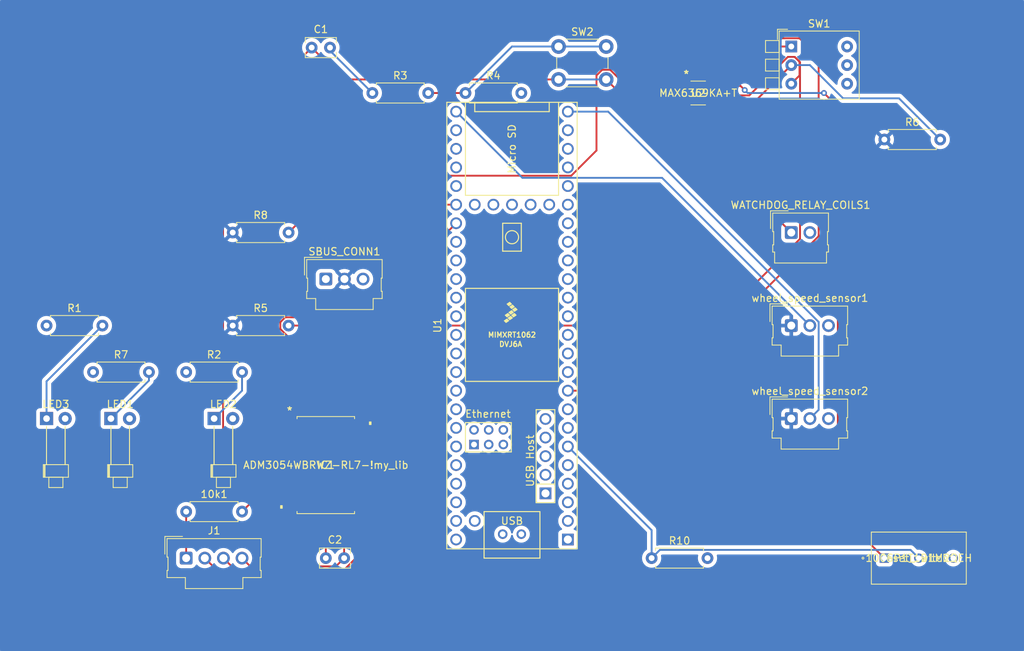
<source format=kicad_pcb>
(kicad_pcb (version 20211014) (generator pcbnew)
  (layers (0 "F.Cu" signal) (1 "In1.Cu" signal) (2 "In2.Cu" signal) (31 "B.Cu" signal) (34 "B.Paste" user) (35 "F.Paste" user) (36 "B.SilkS" user "B.Silkscreen") (37 "F.SilkS" user "F.Silkscreen") (38 "B.Mask" user) (39 "F.Mask" user) (44 "Edge.Cuts" user))
  (net 0 "")
  (net 1 "DIO_WATCHDOG")
  (net 2 "GNDREF")
  (net 4 "SET0")
  (net 5 "SET1")
  (net 6 "SET2")
  (net 7 "WATCHDOG_OUTPUT")
  (net 8 "3.3v_SUPPLY")
  (net 17 "DIO_SWITCH")
  (net 18 "LED1")
  (net 19 "LED2")
  (net 20 "LED3")
  (net 21 "DIO_BUTTON")
  (net 28 "SBUS")
  (net 31 "CTX")
  (net 32 "CRX")
  (net 37 "wheel_speed_sensor1")
  (net 38 "wheel_speed_sensor2")
  (net 49 "Net-(10k1-Pad1)")
  (net 50 "ODRIVE_GND")
  (net 51 "Net-(C1-Pad2)")
  (net 52 "ODRIVE_5V+")
  (net 53 "Net-(LED1-Pad1)")
  (net 54 "Net-(LED2-Pad1)")
  (net 55 "Net-(LED3-Pad1)")
  (net 56 "Net-(R3-Pad2)")
  (net 57 "+5V")
  (net 58 "CAN_H")
  (net 59 "CAN_L")
  (footprint "Capacitor_THT:C_Rect_L4.0mm_W2.5mm_P2.50mm" (layer "F.Cu") (at 139.7 158.75)
    (fp_text reference "C2" (at 1.25 -2.5) (layer "F.SilkS"))
    (fp_text value "0.1e-6")
    (pad "1" thru_hole circle (at 0 0) (size 1.6 1.6) (drill 0.8) (layers *.Cu *.Mask) (net 50 "ODRIVE_GND"))
    (pad "2" thru_hole circle (at 2.5 0) (size 1.6 1.6) (drill 0.8) (layers *.Cu *.Mask) (net 52 "ODRIVE_5V+"))
  )
  (footprint "Connector_Molex:Molex_SL_171971-0004_1x04_P2.54mm_Vertical" (layer "F.Cu") (at 120.65 158.75)
    (fp_text reference "J1" (at 3.81 -3.75) (layer "F.SilkS"))
    (fp_text value "B4B-XH-A_LF__SN_-!my_lib")
    (pad "1" thru_hole roundrect (at 0 0) (size 1.74 1.74) (drill 1.09) (layers *.Cu *.Mask) (roundrect_rratio 0.143678) (net 49 "Net-(10k1-Pad1)"))
    (pad "2" thru_hole circle (at 2.54 0) (size 1.74 1.74) (drill 1.09) (layers *.Cu *.Mask) (net 58 "CAN_H"))
    (pad "3" thru_hole circle (at 5.08 0) (size 1.74 1.74) (drill 1.09) (layers *.Cu *.Mask) (net 59 "CAN_L"))
    (pad "4" thru_hole circle (at 7.62 0) (size 1.74 1.74) (drill 1.09) (layers *.Cu *.Mask) (net 52 "ODRIVE_5V+"))
  )
  (footprint "Button_Switch_THT:SW_PUSH_6mm_H4.3mm" (layer "F.Cu") (at 171.45 88.9)
    (fp_text reference "SW2" (at 3.25 -2) (layer "F.SilkS"))
    (fp_text value "SW_Push")
    (pad "1" thru_hole circle (at 0 0 90) (size 2 2) (drill 1.1) (layers *.Cu *.Mask) (net 56 "Net-(R3-Pad2)"))
    (pad "1" thru_hole circle (at 6.5 0 90) (size 2 2) (drill 1.1) (layers *.Cu *.Mask) (net 56 "Net-(R3-Pad2)"))
    (pad "2" thru_hole circle (at 6.5 4.5 90) (size 2 2) (drill 1.1) (layers *.Cu *.Mask) (net 8 "3.3v_SUPPLY"))
    (pad "2" thru_hole circle (at 0 4.5 90) (size 2 2) (drill 1.1) (layers *.Cu *.Mask) (net 8 "3.3v_SUPPLY"))
  )
  (footprint "amd:ADM3053BRWZ" (layer "F.Cu") (at 139.7 146.05)
    (fp_text reference "IC1" (at 0 0) (layer "F.SilkS"))
    (fp_text value "ADM3054WBRWZ-RL7-!my_lib" (at 0 0) (layer "F.SilkS"))
    (fp_text user "*" (at -4.9403 -7.4168) (layer "F.SilkS"))
    (fp_text user "*" (at -4.9403 -7.4168) (layer "F.SilkS"))
    (pad "1" smd rect locked (at -4.6863 -5.715) (size 1.9812 0.5588) (layers "F.Cu" "F.Paste" "F.Mask"))
    (pad "2" smd rect locked (at -4.6863 -4.445) (size 1.9812 0.5588) (layers "F.Cu" "F.Paste" "F.Mask") (net 2 "GNDREF"))
    (pad "3" smd rect locked (at -4.6863 -3.175) (size 1.9812 0.5588) (layers "F.Cu" "F.Paste" "F.Mask") (net 2 "GNDREF"))
    (pad "4" smd rect locked (at -4.6863 -1.905) (size 1.9812 0.5588) (layers "F.Cu" "F.Paste" "F.Mask"))
    (pad "5" smd rect locked (at -4.6863 -0.635) (size 1.9812 0.5588) (layers "F.Cu" "F.Paste" "F.Mask") (net 32 "CRX"))
    (pad "6" smd rect locked (at -4.6863 0.635) (size 1.9812 0.5588) (layers "F.Cu" "F.Paste" "F.Mask") (net 31 "CTX"))
    (pad "7" smd rect locked (at -4.6863 1.905) (size 1.9812 0.5588) (layers "F.Cu" "F.Paste" "F.Mask") (net 8 "3.3v_SUPPLY"))
    (pad "8" smd rect locked (at -4.6863 3.175) (size 1.9812 0.5588) (layers "F.Cu" "F.Paste" "F.Mask") (net 2 "GNDREF"))
    (pad "9" smd rect locked (at -4.6863 4.445) (size 1.9812 0.5588) (layers "F.Cu" "F.Paste" "F.Mask") (net 50 "ODRIVE_GND"))
    (pad "10" smd rect locked (at -4.6863 5.715) (size 1.9812 0.5588) (layers "F.Cu" "F.Paste" "F.Mask"))
    (pad "11" smd rect locked (at 4.6863 5.715) (size 1.9812 0.5588) (layers "F.Cu" "F.Paste" "F.Mask") (net 59 "CAN_L"))
    (pad "12" smd rect locked (at 4.6863 4.445) (size 1.9812 0.5588) (layers "F.Cu" "F.Paste" "F.Mask") (net 58 "CAN_H"))
    (pad "13" smd rect locked (at 4.6863 3.175) (size 1.9812 0.5588) (layers "F.Cu" "F.Paste" "F.Mask") (net 52 "ODRIVE_5V+"))
    (pad "14" smd rect locked (at 4.6863 1.905) (size 1.9812 0.5588) (layers "F.Cu" "F.Paste" "F.Mask"))
    (pad "15" smd rect locked (at 4.6863 0.635) (size 1.9812 0.5588) (layers "F.Cu" "F.Paste" "F.Mask"))
    (pad "16" smd rect locked (at 4.6863 -0.635) (size 1.9812 0.5588) (layers "F.Cu" "F.Paste" "F.Mask") (net 50 "ODRIVE_GND"))
    (pad "17" smd rect locked (at 4.6863 -1.905) (size 1.9812 0.5588) (layers "F.Cu" "F.Paste" "F.Mask"))
    (pad "18" smd rect locked (at 4.6863 -3.175) (size 1.9812 0.5588) (layers "F.Cu" "F.Paste" "F.Mask"))
    (pad "19" smd rect locked (at 4.6863 -4.445) (size 1.9812 0.5588) (layers "F.Cu" "F.Paste" "F.Mask"))
    (pad "20" smd rect locked (at 4.6863 -5.715) (size 1.9812 0.5588) (layers "F.Cu" "F.Paste" "F.Mask"))
  )
  (footprint "teensy4.1:Teensy41" (layer "F.Cu") (at 165.1 127 90)
    (fp_text reference "U1" (at 0 -10.16 90) (layer "F.SilkS"))
    (fp_text value "DEV-16771")
    (fp_text user "USB" (at -26.67 0) (layer "F.SilkS"))
    (fp_text user "MIMXRT1062" (at -1.27 0) (layer "F.SilkS") (effects (font (size 0.7 0.7))))
    (fp_text user "USB Host" (at -18.4658 2.4892 90) (layer "F.SilkS"))
    (fp_text user "DVJ6A" (at -2.54 -0.18) (layer "F.SilkS") (effects (font (size 0.7 0.7))))
    (fp_text user "Micro SD" (at 24.13 0 90) (layer "F.SilkS"))
    (fp_text user "Ethernet" (at -12.065 -3.2766) (layer "F.SilkS"))
    (pad "1" thru_hole rect locked (at -29.21 7.62 90) (size 1.6 1.6) (drill 1.1) (layers *.Cu *.Mask))
    (pad "2" thru_hole circle locked (at -26.67 7.62 90) (size 1.6 1.6) (drill 1.1) (layers *.Cu *.Mask) (net 17 "DIO_SWITCH"))
    (pad "3" thru_hole circle locked (at -24.13 7.62 90) (size 1.6 1.6) (drill 1.1) (layers *.Cu *.Mask) (net 18 "LED1"))
    (pad "4" thru_hole circle locked (at -21.59 7.62 90) (size 1.6 1.6) (drill 1.1) (layers *.Cu *.Mask) (net 19 "LED2"))
    (pad "5" thru_hole circle locked (at -19.05 7.62 90) (size 1.6 1.6) (drill 1.1) (layers *.Cu *.Mask) (net 20 "LED3"))
    (pad "6" thru_hole circle locked (at -16.51 7.62 90) (size 1.6 1.6) (drill 1.1) (layers *.Cu *.Mask) (net 21 "DIO_BUTTON"))
    (pad "7" thru_hole circle locked (at -13.97 7.62 90) (size 1.6 1.6) (drill 1.1) (layers *.Cu *.Mask))
    (pad "8" thru_hole circle locked (at -11.43 7.62 90) (size 1.6 1.6) (drill 1.1) (layers *.Cu *.Mask))
    (pad "9" thru_hole circle locked (at -8.89 7.62 90) (size 1.6 1.6) (drill 1.1) (layers *.Cu *.Mask) (net 1 "DIO_WATCHDOG"))
    (pad "10" thru_hole circle locked (at -6.35 7.62 90) (size 1.6 1.6) (drill 1.1) (layers *.Cu *.Mask))
    (pad "11" thru_hole circle locked (at -3.81 7.62 90) (size 1.6 1.6) (drill 1.1) (layers *.Cu *.Mask))
    (pad "12" thru_hole circle locked (at -1.27 7.62 90) (size 1.6 1.6) (drill 1.1) (layers *.Cu *.Mask))
    (pad "13" thru_hole circle locked (at 1.27 7.62 90) (size 1.6 1.6) (drill 1.1) (layers *.Cu *.Mask))
    (pad "14" thru_hole circle locked (at 3.81 7.62 90) (size 1.6 1.6) (drill 1.1) (layers *.Cu *.Mask))
    (pad "15" thru_hole circle locked (at 6.35 7.62 90) (size 1.6 1.6) (drill 1.1) (layers *.Cu *.Mask))
    (pad "16" thru_hole circle locked (at 8.89 7.62 90) (size 1.6 1.6) (drill 1.1) (layers *.Cu *.Mask))
    (pad "17" thru_hole circle locked (at 11.43 7.62 90) (size 1.6 1.6) (drill 1.1) (layers *.Cu *.Mask))
    (pad "18" thru_hole circle locked (at 13.97 7.62 90) (size 1.6 1.6) (drill 1.1) (layers *.Cu *.Mask))
    (pad "19" thru_hole circle locked (at 16.51 7.62 90) (size 1.6 1.6) (drill 1.1) (layers *.Cu *.Mask))
    (pad "20" thru_hole circle locked (at 19.05 7.62 90) (size 1.6 1.6) (drill 1.1) (layers *.Cu *.Mask))
    (pad "21" thru_hole circle locked (at 21.59 7.62 90) (size 1.6 1.6) (drill 1.1) (layers *.Cu *.Mask))
    (pad "22" thru_hole circle locked (at 24.13 7.62 90) (size 1.6 1.6) (drill 1.1) (layers *.Cu *.Mask))
    (pad "23" thru_hole circle locked (at 26.67 7.62 90) (size 1.6 1.6) (drill 1.1) (layers *.Cu *.Mask))
    (pad "24" thru_hole circle locked (at 29.21 7.62 90) (size 1.6 1.6) (drill 1.1) (layers *.Cu *.Mask) (net 38 "wheel_speed_sensor2"))
    (pad "25" thru_hole circle locked (at 29.21 -7.62 90) (size 1.6 1.6) (drill 1.1) (layers *.Cu *.Mask) (net 37 "wheel_speed_sensor1"))
    (pad "26" thru_hole circle locked (at 26.67 -7.62 90) (size 1.6 1.6) (drill 1.1) (layers *.Cu *.Mask))
    (pad "27" thru_hole circle locked (at 24.13 -7.62 90) (size 1.6 1.6) (drill 1.1) (layers *.Cu *.Mask))
    (pad "28" thru_hole circle locked (at 21.59 -7.62 90) (size 1.6 1.6) (drill 1.1) (layers *.Cu *.Mask))
    (pad "29" thru_hole circle locked (at 19.05 -7.62 90) (size 1.6 1.6) (drill 1.1) (layers *.Cu *.Mask))
    (pad "30" thru_hole circle locked (at 16.51 -7.62 90) (size 1.6 1.6) (drill 1.1) (layers *.Cu *.Mask) (net 32 "CRX"))
    (pad "31" thru_hole circle locked (at 13.97 -7.62 90) (size 1.6 1.6) (drill 1.1) (layers *.Cu *.Mask) (net 31 "CTX"))
    (pad "32" thru_hole circle locked (at 11.43 -7.62 90) (size 1.6 1.6) (drill 1.1) (layers *.Cu *.Mask))
    (pad "33" thru_hole circle locked (at 8.89 -7.62 90) (size 1.6 1.6) (drill 1.1) (layers *.Cu *.Mask))
    (pad "34" thru_hole circle locked (at 6.35 -7.62 90) (size 1.6 1.6) (drill 1.1) (layers *.Cu *.Mask) (net 28 "SBUS"))
    (pad "35" thru_hole circle locked (at 3.81 -7.62 90) (size 1.6 1.6) (drill 1.1) (layers *.Cu *.Mask))
    (pad "36" thru_hole circle locked (at 1.27 -7.62 90) (size 1.6 1.6) (drill 1.1) (layers *.Cu *.Mask))
    (pad "37" thru_hole circle locked (at -1.27 -7.62 90) (size 1.6 1.6) (drill 1.1) (layers *.Cu *.Mask))
    (pad "38" thru_hole circle locked (at -3.81 -7.62 90) (size 1.6 1.6) (drill 1.1) (layers *.Cu *.Mask))
    (pad "39" thru_hole circle locked (at -6.35 -7.62 90) (size 1.6 1.6) (drill 1.1) (layers *.Cu *.Mask))
    (pad "40" thru_hole circle locked (at -8.89 -7.62 90) (size 1.6 1.6) (drill 1.1) (layers *.Cu *.Mask))
    (pad "41" thru_hole circle locked (at -11.43 -7.62 90) (size 1.6 1.6) (drill 1.1) (layers *.Cu *.Mask))
    (pad "42" thru_hole circle locked (at -13.97 -7.62 90) (size 1.6 1.6) (drill 1.1) (layers *.Cu *.Mask))
    (pad "43" thru_hole circle locked (at -16.51 -7.62 90) (size 1.6 1.6) (drill 1.1) (layers *.Cu *.Mask))
    (pad "44" thru_hole circle locked (at -19.05 -7.62 90) (size 1.6 1.6) (drill 1.1) (layers *.Cu *.Mask))
    (pad "45" thru_hole circle locked (at -21.59 -7.62 90) (size 1.6 1.6) (drill 1.1) (layers *.Cu *.Mask))
    (pad "46" thru_hole circle locked (at -24.13 -7.62 90) (size 1.6 1.6) (drill 1.1) (layers *.Cu *.Mask))
    (pad "47" thru_hole circle locked (at -26.67 -7.62 90) (size 1.6 1.6) (drill 1.1) (layers *.Cu *.Mask))
    (pad "48" thru_hole circle locked (at -29.21 -7.62 90) (size 1.6 1.6) (drill 1.1) (layers *.Cu *.Mask))
    (pad "49" thru_hole circle locked (at -26.67 -5.08 90) (size 1.6 1.6) (drill 1.1) (layers *.Cu *.Mask))
    (pad "50" thru_hole circle locked (at 16.51 5.08 90) (size 1.6 1.6) (drill 1.1) (layers *.Cu *.Mask))
    (pad "51" thru_hole circle locked (at 16.51 2.54 90) (size 1.6 1.6) (drill 1.1) (layers *.Cu *.Mask))
    (pad "52" thru_hole circle locked (at 16.51 0 90) (size 1.6 1.6) (drill 1.1) (layers *.Cu *.Mask))
    (pad "53" thru_hole circle locked (at 16.51 -2.54 90) (size 1.6 1.6) (drill 1.1) (layers *.Cu *.Mask))
    (pad "54" thru_hole circle locked (at 16.51 -5.08 90) (size 1.6 1.6) (drill 1.1) (layers *.Cu *.Mask))
    (pad "55" thru_hole rect locked (at -22.9108 4.5692 90) (size 1.6 1.6) (drill 1.1) (layers *.Cu *.Mask))
    (pad "56" thru_hole circle locked (at -20.3708 4.5692 90) (size 1.6 1.6) (drill 1.1) (layers *.Cu *.Mask))
    (pad "57" thru_hole circle locked (at -17.8308 4.5692 90) (size 1.6 1.6) (drill 1.1) (layers *.Cu *.Mask))
    (pad "58" thru_hole circle locked (at -15.2908 4.5692 90) (size 1.6 1.6) (drill 1.1) (layers *.Cu *.Mask))
    (pad "59" thru_hole circle locked (at -12.7508 4.5692 90) (size 1.6 1.6) (drill 1.1) (layers *.Cu *.Mask))
    (pad "60" thru_hole rect locked (at -16.24 -5.1816 90) (size 1.3 1.3) (drill 0.8) (layers *.Cu *.Mask))
    (pad "61" thru_hole circle locked (at -16.24 -3.1816 90) (size 1.3 1.3) (drill 0.8) (layers *.Cu *.Mask))
    (pad "62" thru_hole circle locked (at -16.24 -1.1816 90) (size 1.3 1.3) (drill 0.8) (layers *.Cu *.Mask))
    (pad "63" thru_hole circle locked (at -14.24 -1.1816 90) (size 1.3 1.3) (drill 0.8) (layers *.Cu *.Mask))
    (pad "64" thru_hole circle locked (at -14.24 -3.1816 90) (size 1.3 1.3) (drill 0.8) (layers *.Cu *.Mask))
    (pad "65" thru_hole circle locked (at -14.24 -5.1816 90) (size 1.3 1.3) (drill 0.8) (layers *.Cu *.Mask))
    (pad "66" thru_hole circle locked (at -28.48 -1.27 90) (size 1.3 1.3) (drill 0.8) (layers *.Cu *.Mask))
    (pad "67" thru_hole circle locked (at -28.48 1.27 90) (size 1.3 1.3) (drill 0.8) (layers *.Cu *.Mask))
  )
  (footprint "watchdog:MAX6369KA&plus_T" (layer "F.Cu") (at 190.5 95.25)
    (fp_text reference "U2" (at 0 0) (layer "F.SilkS"))
    (fp_text value "MAX6369KA+T" (at 0 0) (layer "F.SilkS"))
    (fp_text user "*" (at -1.61995 -2.5498) (layer "F.SilkS"))
    (fp_text user "*" (at -1.61995 -2.5498) (layer "F.SilkS"))
    (pad "1" smd rect locked (at -1.365948 -0.974999) (size 0.9793 0.4318) (layers "F.Cu" "F.Paste" "F.Mask") (net 1 "DIO_WATCHDOG"))
    (pad "2" smd rect locked (at -1.365948 -0.325001) (size 0.9793 0.4318) (layers "F.Cu" "F.Paste" "F.Mask") (net 2 "GNDREF"))
    (pad "3" smd rect locked (at -1.365948 0.325001) (size 0.9793 0.4318) (layers "F.Cu" "F.Paste" "F.Mask"))
    (pad "4" smd rect locked (at -1.365948 0.974999) (size 0.9793 0.4318) (layers "F.Cu" "F.Paste" "F.Mask") (net 4 "SET0"))
    (pad "5" smd rect locked (at 1.365948 0.974999) (size 0.9793 0.4318) (layers "F.Cu" "F.Paste" "F.Mask") (net 5 "SET1"))
    (pad "6" smd rect locked (at 1.365948 0.325001) (size 0.9793 0.4318) (layers "F.Cu" "F.Paste" "F.Mask") (net 6 "SET2"))
    (pad "7" smd rect locked (at 1.365948 -0.325001) (size 0.9793 0.4318) (layers "F.Cu" "F.Paste" "F.Mask") (net 7 "WATCHDOG_OUTPUT"))
    (pad "8" smd rect locked (at 1.365948 -0.974999) (size 0.9793 0.4318) (layers "F.Cu" "F.Paste" "F.Mask") (net 8 "3.3v_SUPPLY"))
  )
  (footprint "Connector_Molex:Molex_SL_171971-0003_1x03_P2.54mm_Vertical" (layer "F.Cu") (at 139.7 120.65)
    (fp_text reference "SBUS_CONN1" (at 2.54 -3.75) (layer "F.SilkS"))
    (fp_text value "Conn_01x03_Female")
    (pad "1" thru_hole roundrect (at 0 0) (size 1.74 1.74) (drill 1.09) (layers *.Cu *.Mask) (roundrect_rratio 0.143678) (net 2 "GNDREF"))
    (pad "2" thru_hole circle (at 2.54 0) (size 1.74 1.74) (drill 1.09) (layers *.Cu *.Mask) (net 57 "+5V"))
    (pad "3" thru_hole circle (at 5.08 0) (size 1.74 1.74) (drill 1.09) (layers *.Cu *.Mask) (net 28 "SBUS"))
  )
  (footprint "Connector_Molex:Molex_SL_171971-0002_1x02_P2.54mm_Vertical" (layer "F.Cu") (at 203.2 114.3)
    (fp_text reference "WATCHDOG_RELAY_COILS1" (at 1.27 -3.75) (layer "F.SilkS"))
    (fp_text value "Conn_01x02_Female")
    (pad "1" thru_hole roundrect (at 0 0) (size 1.74 1.74) (drill 1.09) (layers *.Cu *.Mask) (roundrect_rratio 0.143678) (net 7 "WATCHDOG_OUTPUT"))
    (pad "2" thru_hole circle (at 2.54 0) (size 1.74 1.74) (drill 1.09) (layers *.Cu *.Mask) (net 7 "WATCHDOG_OUTPUT"))
  )
  (footprint "Resistor_THT:R_Axial_DIN0207_L6.3mm_D2.5mm_P7.62mm_Horizontal" (layer "F.Cu") (at 120.65 152.4)
    (fp_text reference "10k1" (at 3.81 -2.37) (layer "F.SilkS"))
    (fp_text value "10000")
    (pad "1" thru_hole circle (at 0 0) (size 1.6 1.6) (drill 0.8) (layers *.Cu *.Mask) (net 49 "Net-(10k1-Pad1)"))
    (pad "2" thru_hole oval (at 7.62 0) (size 1.6 1.6) (drill 0.8) (layers *.Cu *.Mask) (net 50 "ODRIVE_GND"))
  )
  (footprint "LED_THT:LED_D1.8mm_W1.8mm_H2.4mm_Horizontal_O6.35mm_Z4.9mm" (layer "F.Cu") (at 101.6 139.7)
    (fp_text reference "LED3" (at 1.27 -1.96) (layer "F.SilkS"))
    (fp_text value "LED")
    (pad "1" thru_hole rect (at 0 0) (size 1.8 1.8) (drill 0.9) (layers *.Cu *.Mask) (net 55 "Net-(LED3-Pad1)"))
    (pad "2" thru_hole circle (at 2.54 0) (size 1.8 1.8) (drill 0.9) (layers *.Cu *.Mask) (net 20 "LED3"))
  )
  (footprint "LED_THT:LED_D1.8mm_W1.8mm_H2.4mm_Horizontal_O6.35mm_Z4.9mm" (layer "F.Cu") (at 124.46 139.7)
    (fp_text reference "LED2" (at 1.27 -1.96) (layer "F.SilkS"))
    (fp_text value "LED")
    (pad "1" thru_hole rect (at 0 0) (size 1.8 1.8) (drill 0.9) (layers *.Cu *.Mask) (net 54 "Net-(LED2-Pad1)"))
    (pad "2" thru_hole circle (at 2.54 0) (size 1.8 1.8) (drill 0.9) (layers *.Cu *.Mask) (net 19 "LED2"))
  )
  (footprint "Resistor_THT:R_Axial_DIN0207_L6.3mm_D2.5mm_P7.62mm_Horizontal" (layer "F.Cu") (at 158.75 95.25)
    (fp_text reference "R4" (at 3.81 -2.37) (layer "F.SilkS"))
    (fp_text value "100K")
    (pad "1" thru_hole circle (at 0 0) (size 1.6 1.6) (drill 0.8) (layers *.Cu *.Mask) (net 56 "Net-(R3-Pad2)"))
    (pad "2" thru_hole oval (at 7.62 0) (size 1.6 1.6) (drill 0.8) (layers *.Cu *.Mask) (net 2 "GNDREF"))
  )
  (footprint "Resistor_THT:R_Axial_DIN0207_L6.3mm_D2.5mm_P7.62mm_Horizontal" (layer "F.Cu") (at 120.65 133.35)
    (fp_text reference "R2" (at 3.81 -2.37) (layer "F.SilkS"))
    (fp_text value "220")
    (pad "1" thru_hole circle (at 0 0) (size 1.6 1.6) (drill 0.8) (layers *.Cu *.Mask) (net 2 "GNDREF"))
    (pad "2" thru_hole oval (at 7.62 0) (size 1.6 1.6) (drill 0.8) (layers *.Cu *.Mask) (net 54 "Net-(LED2-Pad1)"))
  )
  (footprint "switch:100SP1T1B1M2QEH" (layer "F.Cu") (at 215.9 158.75)
    (fp_text reference "reset_switch1" (at 4.700001 0) (layer "F.SilkS"))
    (fp_text value "100SP1T1B1M2QEH" (at 4.700001 0) (layer "F.SilkS"))
    (fp_text user "*" (at 0 0) (layer "F.SilkS"))
    (pad "1" thru_hole rect locked (at 0.000001 0) (size 1.27 1.27) (drill 0.762) (layers *.Cu *.Mask) (net 8 "3.3v_SUPPLY"))
    (pad "2" thru_hole circle locked (at 4.700001 0) (size 1.27 1.27) (drill 0.762) (layers *.Cu *.Mask) (net 21 "DIO_BUTTON"))
    (pad "3" thru_hole circle locked (at 9.4 0) (size 1.27 1.27) (drill 0.762) (layers *.Cu *.Mask))
  )
  (footprint "Resistor_THT:R_Axial_DIN0207_L6.3mm_D2.5mm_P7.62mm_Horizontal" (layer "F.Cu") (at 215.9 101.6)
    (fp_text reference "R6" (at 3.81 -2.37) (layer "F.SilkS"))
    (fp_text value "R_US")
    (pad "1" thru_hole circle (at 0 0) (size 1.6 1.6) (drill 0.8) (layers *.Cu *.Mask) (net 57 "+5V"))
    (pad "2" thru_hole oval (at 7.62 0) (size 1.6 1.6) (drill 0.8) (layers *.Cu *.Mask) (net 5 "SET1"))
  )
  (footprint "LED_THT:LED_D1.8mm_W1.8mm_H2.4mm_Horizontal_O6.35mm_Z4.9mm" (layer "F.Cu") (at 110.38 139.7)
    (fp_text reference "LED1" (at 1.27 -1.96) (layer "F.SilkS"))
    (fp_text value "LED")
    (pad "1" thru_hole rect (at 0 0) (size 1.8 1.8) (drill 0.9) (layers *.Cu *.Mask) (net 53 "Net-(LED1-Pad1)"))
    (pad "2" thru_hole circle (at 2.54 0) (size 1.8 1.8) (drill 0.9) (layers *.Cu *.Mask) (net 18 "LED1"))
  )
  (footprint "Resistor_THT:R_Axial_DIN0207_L6.3mm_D2.5mm_P7.62mm_Horizontal" (layer "F.Cu") (at 146.05 95.25)
    (fp_text reference "R3" (at 3.81 -2.37) (layer "F.SilkS"))
    (fp_text value "10K")
    (pad "1" thru_hole circle (at 0 0) (size 1.6 1.6) (drill 0.8) (layers *.Cu *.Mask) (net 51 "Net-(C1-Pad2)"))
    (pad "2" thru_hole oval (at 7.62 0) (size 1.6 1.6) (drill 0.8) (layers *.Cu *.Mask) (net 56 "Net-(R3-Pad2)"))
  )
  (footprint "Button_Switch_THT:SW_DIP_SPSTx03_Piano_10.8x9.18mm_W7.62mm_P2.54mm" (layer "F.Cu") (at 203.2 88.9)
    (fp_text reference "SW1" (at 3.81 -3.11) (layer "F.SilkS"))
    (fp_text value "SW_DIP_x03")
    (pad "1" thru_hole rect (at 0 0) (size 1.6 1.6) (drill 0.8) (layers *.Cu *.Mask) (net 4 "SET0"))
    (pad "2" thru_hole oval (at 0 2.54) (size 1.6 1.6) (drill 0.8) (layers *.Cu *.Mask) (net 5 "SET1"))
    (pad "3" thru_hole oval (at 0 5.08) (size 1.6 1.6) (drill 0.8) (layers *.Cu *.Mask) (net 6 "SET2"))
    (pad "4" thru_hole oval (at 7.62 5.08) (size 1.6 1.6) (drill 0.8) (layers *.Cu *.Mask) (net 2 "GNDREF"))
    (pad "5" thru_hole oval (at 7.62 2.54) (size 1.6 1.6) (drill 0.8) (layers *.Cu *.Mask) (net 2 "GNDREF"))
    (pad "6" thru_hole oval (at 7.62 0) (size 1.6 1.6) (drill 0.8) (layers *.Cu *.Mask) (net 2 "GNDREF"))
  )
  (footprint "Connector_Molex:Molex_SL_171971-0003_1x03_P2.54mm_Vertical" (layer "F.Cu") (at 203.2 139.7)
    (fp_text reference "wheel_speed_sensor2" (at 2.54 -3.75) (layer "F.SilkS"))
    (fp_text value "Conn_01x03_Female")
    (pad "1" thru_hole roundrect (at 0 0) (size 1.74 1.74) (drill 1.09) (layers *.Cu *.Mask) (roundrect_rratio 0.143678) (net 57 "+5V"))
    (pad "2" thru_hole circle (at 2.54 0) (size 1.74 1.74) (drill 1.09) (layers *.Cu *.Mask) (net 38 "wheel_speed_sensor2"))
    (pad "3" thru_hole circle (at 5.08 0) (size 1.74 1.74) (drill 1.09) (layers *.Cu *.Mask) (net 2 "GNDREF"))
  )
  (footprint "Resistor_THT:R_Axial_DIN0207_L6.3mm_D2.5mm_P7.62mm_Horizontal" (layer "F.Cu") (at 127 114.3)
    (fp_text reference "R8" (at 3.81 -2.37) (layer "F.SilkS"))
    (fp_text value "R_US")
    (pad "1" thru_hole circle (at 0 0) (size 1.6 1.6) (drill 0.8) (layers *.Cu *.Mask) (net 57 "+5V"))
    (pad "2" thru_hole oval (at 7.62 0) (size 1.6 1.6) (drill 0.8) (layers *.Cu *.Mask) (net 4 "SET0"))
  )
  (footprint "Capacitor_THT:C_Rect_L4.0mm_W2.5mm_P2.50mm" (layer "F.Cu") (at 137.77 89.05)
    (fp_text reference "C1" (at 1.25 -2.5) (layer "F.SilkS"))
    (fp_text value "C_Small")
    (pad "1" thru_hole circle (at 0 0) (size 1.6 1.6) (drill 0.8) (layers *.Cu *.Mask) (net 8 "3.3v_SUPPLY"))
    (pad "2" thru_hole circle (at 2.5 0) (size 1.6 1.6) (drill 0.8) (layers *.Cu *.Mask) (net 51 "Net-(C1-Pad2)"))
  )
  (footprint "Resistor_THT:R_Axial_DIN0207_L6.3mm_D2.5mm_P7.62mm_Horizontal" (layer "F.Cu") (at 127 127)
    (fp_text reference "R5" (at 3.81 -2.37) (layer "F.SilkS"))
    (fp_text value "R_US")
    (pad "1" thru_hole circle (at 0 0) (size 1.6 1.6) (drill 0.8) (layers *.Cu *.Mask) (net 57 "+5V"))
    (pad "2" thru_hole oval (at 7.62 0) (size 1.6 1.6) (drill 0.8) (layers *.Cu *.Mask) (net 6 "SET2"))
  )
  (footprint "Connector_Molex:Molex_SL_171971-0003_1x03_P2.54mm_Vertical" (layer "F.Cu") (at 203.2 127)
    (fp_text reference "wheel_speed_sensor1" (at 2.54 -3.75) (layer "F.SilkS"))
    (fp_text value "Conn_01x03_Female")
    (pad "1" thru_hole roundrect (at 0 0) (size 1.74 1.74) (drill 1.09) (layers *.Cu *.Mask) (roundrect_rratio 0.143678) (net 57 "+5V"))
    (pad "2" thru_hole circle (at 2.54 0) (size 1.74 1.74) (drill 1.09) (layers *.Cu *.Mask) (net 37 "wheel_speed_sensor1"))
    (pad "3" thru_hole circle (at 5.08 0) (size 1.74 1.74) (drill 1.09) (layers *.Cu *.Mask) (net 2 "GNDREF"))
  )
  (footprint "Resistor_THT:R_Axial_DIN0207_L6.3mm_D2.5mm_P7.62mm_Horizontal" (layer "F.Cu") (at 184.15 158.75)
    (fp_text reference "R10" (at 3.81 -2.37) (layer "F.SilkS"))
    (fp_text value "10000")
    (pad "1" thru_hole circle (at 0 0) (size 1.6 1.6) (drill 0.8) (layers *.Cu *.Mask) (net 21 "DIO_BUTTON"))
    (pad "2" thru_hole oval (at 7.62 0) (size 1.6 1.6) (drill 0.8) (layers *.Cu *.Mask) (net 2 "GNDREF"))
  )
  (footprint "Resistor_THT:R_Axial_DIN0207_L6.3mm_D2.5mm_P7.62mm_Horizontal" (layer "F.Cu") (at 107.95 133.35)
    (fp_text reference "R7" (at 3.81 -2.37) (layer "F.SilkS"))
    (fp_text value "220")
    (pad "1" thru_hole circle (at 0 0) (size 1.6 1.6) (drill 0.8) (layers *.Cu *.Mask) (net 2 "GNDREF"))
    (pad "2" thru_hole oval (at 7.62 0) (size 1.6 1.6) (drill 0.8) (layers *.Cu *.Mask) (net 53 "Net-(LED1-Pad1)"))
  )
  (footprint "Resistor_THT:R_Axial_DIN0207_L6.3mm_D2.5mm_P7.62mm_Horizontal" (layer "F.Cu") (at 101.6 127)
    (fp_text reference "R1" (at 3.81 -2.37) (layer "F.SilkS"))
    (fp_text value "220")
    (pad "1" thru_hole circle (at 0 0) (size 1.6 1.6) (drill 0.8) (layers *.Cu *.Mask) (net 2 "GNDREF"))
    (pad "2" thru_hole oval (at 7.62 0) (size 1.6 1.6) (drill 0.8) (layers *.Cu *.Mask) (net 55 "Net-(LED3-Pad1)"))
  )
  (segment (start 204.324511 87.775489) (end 206.934511 90.385489) (width 0.25) (layer "F.Cu") (net 1))
  (segment (start 195.633564 87.775489) (end 204.324511 87.775489) (width 0.25) (layer "F.Cu") (net 1))
  (segment (start 206.934511 90.385489) (end 206.934511 114.794784) (width 0.25) (layer "F.Cu") (net 1))
  (segment (start 185.839295 135.89) (end 172.72 135.89) (width 0.25) (layer "F.Cu") (net 1))
  (segment (start 206.934511 114.794784) (end 185.839295 135.89) (width 0.25) (layer "F.Cu") (net 1))
  (segment (start 189.134052 94.275001) (end 195.633564 87.775489) (width 0.25) (layer "F.Cu") (net 1))
  (segment (start 195.886377 88.9) (end 189.948213 94.838164) (width 0.25) (layer "F.Cu") (net 4))
  (segment (start 189.873702 96.224999) (end 189.134052 96.224999) (width 0.25) (layer "F.Cu") (net 4))
  (segment (start 189.948213 94.838164) (end 189.948213 96.150488) (width 0.25) (layer "F.Cu") (net 4))
  (segment (start 142.385489 106.534511) (end 134.62 114.3) (width 0.25) (layer "F.Cu") (net 4))
  (segment (start 176.625489 92.851368) (end 176.625489 103.094811) (width 0.25) (layer "F.Cu") (net 4))
  (segment (start 189.134052 96.224999) (end 182.648142 96.224999) (width 0.25) (layer "F.Cu") (net 4))
  (segment (start 176.625489 103.094811) (end 173.185789 106.534511) (width 0.25) (layer "F.Cu") (net 4))
  (segment (start 178.498632 92.075489) (end 177.401368 92.075489) (width 0.25) (layer "F.Cu") (net 4))
  (segment (start 189.948213 96.150488) (end 189.873702 96.224999) (width 0.25) (layer "F.Cu") (net 4))
  (segment (start 182.648142 96.224999) (end 178.498632 92.075489) (width 0.25) (layer "F.Cu") (net 4))
  (segment (start 203.2 88.9) (end 195.886377 88.9) (width 0.25) (layer "F.Cu") (net 4))
  (segment (start 177.401368 92.075489) (end 176.625489 92.851368) (width 0.25) (layer "F.Cu") (net 4))
  (segment (start 173.185789 106.534511) (end 142.385489 106.534511) (width 0.25) (layer "F.Cu") (net 4))
  (segment (start 191.865948 96.224999) (end 198.415001 96.224999) (width 0.25) (layer "F.Cu") (net 5))
  (segment (start 198.415001 96.224999) (end 203.2 91.44) (width 0.25) (layer "F.Cu") (net 5))
  (segment (start 223.52 101.6) (end 217.894511 95.974511) (width 0.25) (layer "B.Cu") (net 5))
  (segment (start 205.74 91.44) (end 203.2 91.44) (width 0.25) (layer "B.Cu") (net 5))
  (segment (start 217.894511 95.974511) (end 210.274511 95.974511) (width 0.25) (layer "B.Cu") (net 5))
  (segment (start 210.274511 95.974511) (end 205.74 91.44) (width 0.25) (layer "B.Cu") (net 5))
  (segment (start 202.734211 90.315489) (end 203.665789 90.315489) (width 0.25) (layer "F.Cu") (net 6))
  (segment (start 204.324511 92.855489) (end 203.2 93.98) (width 0.25) (layer "F.Cu") (net 6))
  (segment (start 191.865948 95.575001) (end 197.474699 95.575001) (width 0.25) (layer "F.Cu") (net 6))
  (segment (start 204.39452 115.157973) (end 192.552493 127) (width 0.25) (layer "F.Cu") (net 6))
  (segment (start 204.324511 90.974211) (end 204.324511 92.855489) (width 0.25) (layer "F.Cu") (net 6))
  (segment (start 204.39452 91.04422) (end 204.39452 115.157973) (width 0.25) (layer "F.Cu") (net 6))
  (segment (start 197.474699 95.575001) (end 202.734211 90.315489) (width 0.25) (layer "F.Cu") (net 6))
  (segment (start 192.552493 127) (end 134.62 127) (width 0.25) (layer "F.Cu") (net 6))
  (segment (start 203.665789 90.315489) (end 204.39452 91.04422) (width 0.25) (layer "F.Cu") (net 6))
  (segment (start 203.665789 90.315489) (end 204.324511 90.974211) (width 0.25) (layer "F.Cu") (net 6))
  (segment (start 191.051787 102.151787) (end 203.2 114.3) (width 0.25) (layer "F.Cu") (net 7))
  (segment (start 191.865948 94.924999) (end 191.161378 94.924999) (width 0.25) (layer "F.Cu") (net 7))
  (segment (start 191.051787 95.03459) (end 191.051787 102.151787) (width 0.25) (layer "F.Cu") (net 7))
  (segment (start 191.161378 94.924999) (end 191.051787 95.03459) (width 0.25) (layer "F.Cu") (net 7))
  (segment (start 196.85 94.850501) (end 196.2745 94.275001) (width 0.25) (layer "F.Cu") (net 8))
  (segment (start 209.55 97.140989) (end 207.659011 95.25) (width 0.25) (layer "F.Cu") (net 8))
  (segment (start 190.5 96.234419) (end 189.969009 96.76541) (width 0.25) (layer "F.Cu") (net 8))
  (segment (start 142.12 93.4) (end 171.45 93.4) (width 0.25) (layer "F.Cu") (net 8))
  (segment (start 215.900001 158.75) (end 209.55 152.399999) (width 0.25) (layer "F.Cu") (net 8))
  (segment (start 125.684511 142.514811) (end 125.684511 101.135489) (width 0.25) (layer "F.Cu") (net 8))
  (segment (start 135.0137 147.955) (end 131.1247 147.955) (width 0.25) (layer "F.Cu") (net 8))
  (segment (start 191.865948 94.275001) (end 191.161374 94.275001) (width 0.25) (layer "F.Cu") (net 8))
  (segment (start 189.969009 96.76541) (end 181.31541 96.76541) (width 0.25) (layer "F.Cu") (net 8))
  (segment (start 137.77 89.05) (end 142.12 93.4) (width 0.25) (layer "F.Cu") (net 8))
  (segment (start 125.684511 101.135489) (end 137.77 89.05) (width 0.25) (layer "F.Cu") (net 8))
  (segment (start 191.161374 94.275001) (end 190.5 94.936375) (width 0.25) (layer "F.Cu") (net 8))
  (segment (start 131.1247 147.955) (end 125.684511 142.514811) (width 0.25) (layer "F.Cu") (net 8))
  (segment (start 196.2745 94.275001) (end 191.865948 94.275001) (width 0.25) (layer "F.Cu") (net 8))
  (segment (start 181.31541 96.76541) (end 177.95 93.4) (width 0.25) (layer "F.Cu") (net 8))
  (segment (start 190.5 94.936375) (end 190.5 96.234419) (width 0.25) (layer "F.Cu") (net 8))
  (segment (start 209.55 152.399999) (end 209.55 97.140989) (width 0.25) (layer "F.Cu") (net 8))
  (via (at 196.85 94.850501) (size 0.8) (drill 0.4) (layers "F.Cu" "B.Cu") (net 8))
  (via (at 207.659011 95.25) (size 0.8) (drill 0.4) (layers "F.Cu" "B.Cu") (net 8))
  (segment (start 197.249499 95.25) (end 196.85 94.850501) (width 0.25) (layer "B.Cu") (net 8))
  (segment (start 171.45 93.4) (end 177.95 93.4) (width 0.25) (layer "B.Cu") (net 8))
  (segment (start 207.659011 95.25) (end 197.249499 95.25) (width 0.25) (layer "B.Cu") (net 8))
  (segment (start 185.274511 157.625489) (end 184.15 158.75) (width 0.25) (layer "B.Cu") (net 21))
  (segment (start 219.47549 157.625489) (end 185.274511 157.625489) (width 0.25) (layer "B.Cu") (net 21))
  (segment (start 172.72 143.51) (end 184.15 154.94) (width 0.25) (layer "B.Cu") (net 21))
  (segment (start 220.600001 158.75) (end 219.47549 157.625489) (width 0.25) (layer "B.Cu") (net 21))
  (segment (start 184.15 154.94) (end 184.15 158.75) (width 0.25) (layer "B.Cu") (net 21))
  (segment (start 142.3896 140.0203) (end 142.3896 136.3599) (width 0.25) (layer "F.Cu") (net 31))
  (segment (start 134.154211 125.875489) (end 144.634511 125.875489) (width 0.25) (layer "F.Cu") (net 31))
  (segment (start 135.0137 146.685) (end 135.7249 146.685) (width 0.25) (layer "F.Cu") (net 31))
  (segment (start 133.495489 127.465789) (end 133.495489 126.534211) (width 0.25) (layer "F.Cu") (net 31))
  (segment (start 133.495489 126.534211) (end 134.154211 125.875489) (width 0.25) (layer "F.Cu") (net 31))
  (segment (start 135.7249 146.685) (end 142.3896 140.0203) (width 0.25) (layer "F.Cu") (net 31))
  (segment (start 144.634511 125.875489) (end 157.48 113.03) (width 0.25) (layer "F.Cu") (net 31))
  (segment (start 142.3896 136.3599) (end 133.495489 127.465789) (width 0.25) (layer "F.Cu") (net 31))
  (segment (start 127 120.65) (end 143.51 110.49) (width 0.25) (layer "F.Cu") (net 32))
  (segment (start 135.0137 145.415) (end 134.3025 145.415) (width 0.25) (layer "F.Cu") (net 32))
  (segment (start 134.3025 145.415) (end 133.495489 144.607989) (width 0.25) (layer "F.Cu") (net 32))
  (segment (start 143.51 110.49) (end 157.48 110.49) (width 0.25) (layer "F.Cu") (net 32))
  (segment (start 133.495489 144.607989) (end 127 120.65) (width 0.25) (layer "F.Cu") (net 32))
  (segment (start 166.515489 106.825489) (end 157.48 97.79) (width 0.25) (layer "B.Cu") (net 37))
  (segment (start 205.74 127) (end 185.565489 106.825489) (width 0.25) (layer "B.Cu") (net 37))
  (segment (start 185.565489 106.825489) (end 166.515489 106.825489) (width 0.25) (layer "B.Cu") (net 37))
  (segment (start 178.219295 97.79) (end 172.72 97.79) (width 0.25) (layer "B.Cu") (net 38))
  (segment (start 206.934511 138.505489) (end 206.934511 126.505216) (width 0.25) (layer "B.Cu") (net 38))
  (segment (start 205.74 139.7) (end 206.934511 138.505489) (width 0.25) (layer "B.Cu") (net 38))
  (segment (start 206.934511 126.505216) (end 178.219295 97.79) (width 0.25) (layer "B.Cu") (net 38))
  (segment (start 120.65 152.4) (end 120.65 158.75) (width 0.25) (layer "F.Cu") (net 49))
  (segment (start 138.5951 150.495) (end 135.0137 150.495) (width 0.25) (layer "F.Cu") (net 50))
  (segment (start 135.0137 150.495) (end 135.662722 150.495) (width 0.25) (layer "F.Cu") (net 50))
  (segment (start 139.7 154.532278) (end 139.7 158.75) (width 0.25) (layer "F.Cu") (net 50))
  (segment (start 130.175 150.495) (end 128.27 152.4) (width 0.25) (layer "F.Cu") (net 50))
  (segment (start 135.0137 150.495) (end 130.175 150.495) (width 0.25) (layer "F.Cu") (net 50))
  (segment (start 135.662722 150.495) (end 139.7 154.532278) (width 0.25) (layer "F.Cu") (net 50))
  (segment (start 143.6751 145.415) (end 138.5951 150.495) (width 0.25) (layer "F.Cu") (net 50))
  (segment (start 144.3863 145.415) (end 143.6751 145.415) (width 0.25) (layer "F.Cu") (net 50))
  (segment (start 146.05 95.25) (end 140.27 89.47) (width 0.25) (layer "B.Cu") (net 51))
  (segment (start 140.27 89.47) (end 140.27 89.05) (width 0.25) (layer "B.Cu") (net 51))
  (segment (start 142.2 150.7001) (end 143.6751 149.225) (width 0.25) (layer "F.Cu") (net 52))
  (segment (start 141.075489 159.874511) (end 142.2 158.75) (width 0.25) (layer "F.Cu") (net 52))
  (segment (start 142.2 158.75) (end 142.2 150.7001) (width 0.25) (layer "F.Cu") (net 52))
  (segment (start 129.394511 159.874511) (end 141.075489 159.874511) (width 0.25) (layer "F.Cu") (net 52))
  (segment (start 128.27 158.75) (end 129.394511 159.874511) (width 0.25) (layer "F.Cu") (net 52))
  (segment (start 143.6751 149.225) (end 144.3863 149.225) (width 0.25) (layer "F.Cu") (net 52))
  (segment (start 115.57 134.51) (end 110.38 139.7) (width 0.25) (layer "B.Cu") (net 53))
  (segment (start 115.57 133.35) (end 115.57 134.51) (width 0.25) (layer "B.Cu") (net 53))
  (segment (start 128.27 135.89) (end 124.46 139.7) (width 0.25) (layer "B.Cu") (net 54))
  (segment (start 128.27 133.35) (end 128.27 135.89) (width 0.25) (layer "B.Cu") (net 54))
  (segment (start 101.6 134.62) (end 109.22 127) (width 0.25) (layer "B.Cu") (net 55))
  (segment (start 101.6 139.7) (end 101.6 134.62) (width 0.25) (layer "B.Cu") (net 55))
  (segment (start 153.67 95.25) (end 158.75 95.25) (width 0.25) (layer "F.Cu") (net 56))
  (segment (start 165.1 88.9) (end 158.75 95.25) (width 0.25) (layer "B.Cu") (net 56))
  (segment (start 171.45 88.9) (end 165.1 88.9) (width 0.25) (layer "B.Cu") (net 56))
  (segment (start 177.95 88.9) (end 171.45 88.9) (width 0.25) (layer "B.Cu") (net 56))
  (segment (start 145.701411 159.098589) (end 145.701411 151.098911) (width 0.25) (layer "F.Cu") (net 58))
  (segment (start 139.25048 165.54952) (end 145.701411 159.098589) (width 0.25) (layer "F.Cu") (net 58))
  (segment (start 129.98952 165.54952) (end 139.25048 165.54952) (width 0.25) (layer "F.Cu") (net 58))
  (segment (start 123.19 158.75) (end 129.98952 165.54952) (width 0.25) (layer "F.Cu") (net 58))
  (segment (start 144.3863 150.495) (end 145.0975 150.495) (width 0.25) (layer "F.Cu") (net 58))
  (segment (start 145.701411 151.098911) (end 145.0975 150.495) (width 0.25) (layer "F.Cu") (net 58))
  (segment (start 144.3863 158.154) (end 137.4403 165.1) (width 0.25) (layer "F.Cu") (net 59))
  (segment (start 144.3863 151.765) (end 144.3863 158.154) (width 0.25) (layer "F.Cu") (net 59))
  (segment (start 137.4403 165.1) (end 132.08 165.1) (width 0.25) (layer "F.Cu") (net 59))
  (segment (start 132.08 165.1) (end 125.73 158.75) (width 0.25) (layer "F.Cu") (net 59))
  (zone (net 57) (net_name "+5V") (layer "B.Cu") (connect_pads (clearance 0.508)) (min_thickness 0.254) (fill yes (thermal_gap 0.508) (thermal_bridge_width 0.508))
    (polygon (pts (xy 234.95 171.45) (xy 95.25 171.45) (xy 95.25 82.55) (xy 234.95 82.55)))
  )
)
</source>
